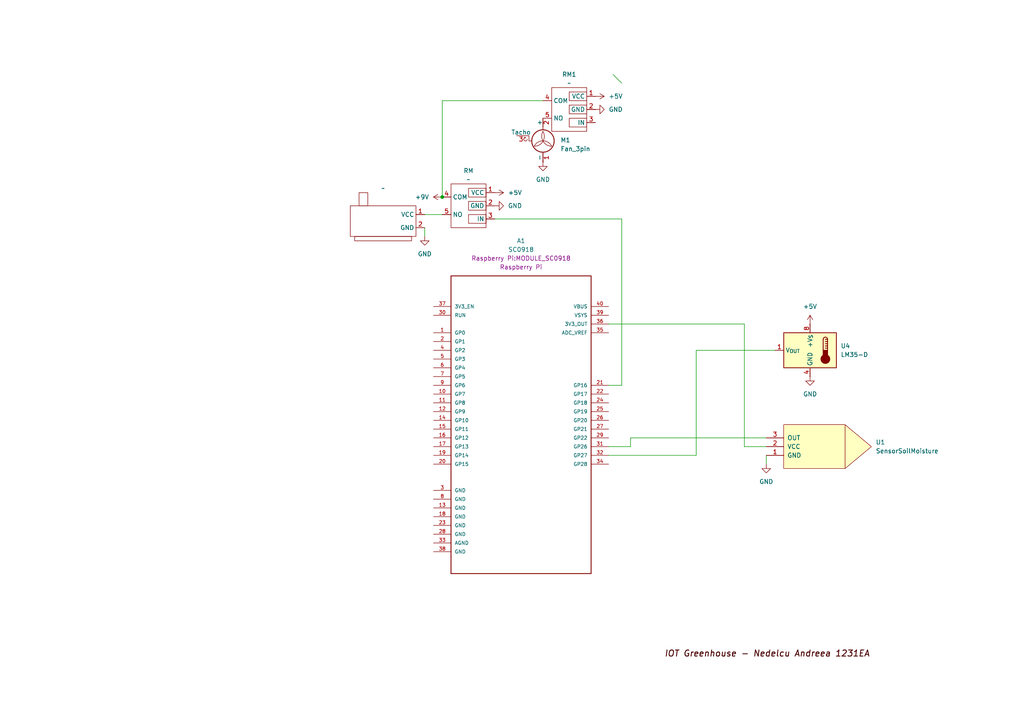
<source format=kicad_sch>
(kicad_sch (version 20250114) (generator "eeschema") (generator_version "9.0")
  (paper "A4")
  (title_block (date "2026-01-04"))
  (lib_symbols
    (symbol "Motor:Fan_3pin" (pin_names (offset 0))
      (property "Reference" "M" (at 2.54 2.54 0))
      (property "Value" "Fan_3pin" (at 2.54 -5.08 0))
      (symbol "Fan_3pin_0_0"
        (polyline (pts (xy -5.08 -0.508) (xy -5.334 -0.381)))
        (polyline (pts (xy -5.08 -0.508) (xy -5.207 -0.762)))
        (arc (start -4.572 -1.016) (mid -5.08 -1.5218) (end -5.588 -1.016))
        (arc (start -5.588 -1.016) (mid -5.4392 -0.6568) (end -5.08 -0.508))
        (polyline (pts (xy -4.064 0) (xy -4.064 -1.524) (xy -3.302 -1.524)))
      )
      (symbol "Fan_3pin_0_1"
        (polyline (pts (xy -4.064 0) (xy -5.08 0)))
        (arc (start 0 1.27) (mid -0.0015 -1.6352) (end -2.54 -3.048))
        (polyline (pts (xy 0 2.032) (xy 0 2.54)))
        (polyline (pts (xy 0 1.7272) (xy 0 2.0828)))
        (circle (center 0 -1.524) (radius 3.2512) (stroke (width 0.254)))
        (arc (start -2.54 -3.048) (mid 0 -1.4782) (end 2.54 -3.048))
        (polyline (pts (xy 0 -4.7752) (xy 0 -5.1816)))
        (polyline (pts (xy 0 -7.62) (xy 0 -7.112)))
        (arc (start 2.54 -3.048) (mid 0.047 -1.6085) (end 0 1.27))
      )
      (symbol "Fan_3pin_1_1"
        (pin passive line (at -7.62 0 0) (length 2.54) (name "Tacho") (number "3"))
        (pin passive line (at 0 5.08 270) (length 2.54) (name "+") (number "2"))
        (pin passive line (at 0 -7.62 90) (length 2.54) (name "-") (number "1"))
      )
    )
    (symbol "Raspberry_Pi_Pico_W_SC0918:SC0918" (pin_names (offset 1.016))
      (property "Reference" "A1" (at 0 58.42 0))
      (property "Value" "SC0918" (at 0 55.88 0))
      (property "Footprint" "Raspberry Pi:MODULE_SC0918" (at -12.7 -46.99 0))
      (property "manufacturer" "Raspberry Pi" (at 0 53.34 0))
      (symbol "SC0918_0_0"
        (rectangle (start -20.32 -43.18) (end 20.32 43.18) (stroke (width 0.254)))
        (pin input line (at -25.4 34.29 0) (length 5.08) (name "3V3_EN") (number "37"))
        (pin input line (at -25.4 31.75 0) (length 5.08) (name "RUN") (number "30"))
        (pin bidirectional line (at -25.4 26.67 0) (length 5.08) (name "GP0") (number "1"))
        (pin bidirectional line (at -25.4 24.13 0) (length 5.08) (name "GP1") (number "2"))
        (pin bidirectional line (at -25.4 21.59 0) (length 5.08) (name "GP2") (number "4"))
        (pin bidirectional line (at -25.4 19.05 0) (length 5.08) (name "GP3") (number "5"))
        (pin bidirectional line (at -25.4 16.51 0) (length 5.08) (name "GP4") (number "6"))
        (pin bidirectional line (at -25.4 13.97 0) (length 5.08) (name "GP5") (number "7"))
        (pin bidirectional line (at -25.4 11.43 0) (length 5.08) (name "GP6") (number "9"))
        (pin bidirectional line (at -25.4 8.89 0) (length 5.08) (name "GP7") (number "10"))
        (pin bidirectional line (at -25.4 6.35 0) (length 5.08) (name "GP8") (number "11"))
        (pin bidirectional line (at -25.4 3.81 0) (length 5.08) (name "GP9") (number "12"))
        (pin bidirectional line (at -25.4 1.27 0) (length 5.08) (name "GP10") (number "14"))
        (pin bidirectional line (at -25.4 -1.27 0) (length 5.08) (name "GP11") (number "15"))
        (pin bidirectional line (at -25.4 -3.81 0) (length 5.08) (name "GP12") (number "16"))
        (pin bidirectional line (at -25.4 -6.35 0) (length 5.08) (name "GP13") (number "17"))
        (pin bidirectional line (at -25.4 -8.89 0) (length 5.08) (name "GP14") (number "19"))
        (pin bidirectional line (at -25.4 -11.43 0) (length 5.08) (name "GP15") (number "20"))
        (pin power_in line (at -25.4 -19.05 0) (length 5.08) (name "GND") (number "3"))
        (pin power_in line (at -25.4 -21.59 0) (length 5.08) (name "GND") (number "8"))
        (pin power_in line (at -25.4 -24.13 0) (length 5.08) (name "GND") (number "13"))
        (pin power_in line (at -25.4 -26.67 0) (length 5.08) (name "GND") (number "18"))
        (pin power_in line (at -25.4 -29.21 0) (length 5.08) (name "GND") (number "23"))
        (pin power_in line (at -25.4 -31.75 0) (length 5.08) (name "GND") (number "28"))
        (pin power_in line (at -25.4 -34.29 0) (length 5.08) (name "AGND") (number "33"))
        (pin power_in line (at -25.4 -36.83 0) (length 5.08) (name "GND") (number "38"))
        (pin free line (at 25.4 34.29 180) (length 5.08) (name "VBUS") (number "40"))
        (pin free line (at 25.4 31.75 180) (length 5.08) (name "VSYS") (number "39"))
        (pin power_in line (at 25.4 29.21 180) (length 5.08) (name "3V3_OUT") (number "36"))
        (pin power_in line (at 25.4 26.67 180) (length 5.08) (name "ADC_VREF") (number "35"))
        (pin bidirectional line (at 25.4 11.43 180) (length 5.08) (name "GP16") (number "21"))
        (pin bidirectional line (at 25.4 8.89 180) (length 5.08) (name "GP17") (number "22"))
        (pin bidirectional line (at 25.4 6.35 180) (length 5.08) (name "GP18") (number "24"))
        (pin bidirectional line (at 25.4 3.81 180) (length 5.08) (name "GP19") (number "25"))
        (pin bidirectional line (at 25.4 1.27 180) (length 5.08) (name "GP20") (number "26"))
        (pin bidirectional line (at 25.4 -1.27 180) (length 5.08) (name "GP21") (number "27"))
        (pin bidirectional line (at 25.4 -3.81 180) (length 5.08) (name "GP22") (number "29"))
        (pin bidirectional line (at 25.4 -6.35 180) (length 5.08) (name "GP26") (number "31"))
        (pin bidirectional line (at 25.4 -8.89 180) (length 5.08) (name "GP27") (number "32"))
        (pin bidirectional line (at 25.4 -11.43 180) (length 5.08) (name "GP28") (number "34"))
      )
    )
    (symbol "Ripy stuff:5V_Relay_Module"
      (property "Reference" "RM" (at -0.254 8.128 0))
      (symbol "5V_Relay_Module_0_1"
        (rectangle (start -3.81 6.35) (end 6.35 -6.35))
        (rectangle (start -3.81 5.08) (end 1.27 2.54))
        (rectangle (start -3.81 1.27) (end 1.27 -1.27))
        (rectangle (start -3.81 -2.54) (end 1.27 -5.08))
      )
      (symbol "5V_Relay_Module_1_1"
        (pin input line (at -6.35 3.81 0) (length 2.54) (name "VCC") (number "1"))
        (pin input line (at -6.35 0 0) (length 2.54) (name "GND") (number "2"))
        (pin input line (at -6.35 -3.81 0) (length 2.54) (name "IN") (number "3"))
        (pin input line (at 8.89 2.54 180) (length 2.54) (name "COM") (number "4"))
        (pin input line (at 8.89 -2.54 180) (length 2.54) (name "NO") (number "5"))
      )
    )
    (symbol "Ripy stuff:Water_Pump"
      (property "Reference" "WP" (at 0 5.842 0))
      (symbol "Water_Pump_0_1"
        (rectangle (start -10.16 3.81) (end 8.89 -5.08))
        (rectangle (start -8.89 -5.08) (end 7.62 -6.35))
        (rectangle (start -7.62 7.62) (end -5.08 3.81))
      )
      (symbol "Water_Pump_1_1"
        (pin input line (at 11.43 1.27 180) (length 2.54) (name "VCC") (number "1"))
        (pin input line (at 11.43 -2.54 180) (length 2.54) (name "GND") (number "2"))
      )
    )
    (symbol "Sensor + LCD:SensorSoilMoisture" (pin_names (offset 1.016))
      (property "Reference" "U" (at -7.62 6.35 0))
      (property "Value" "SensorSoilMoisture" (at 0 3.81 0))
      (symbol "SensorSoilMoisture_0_1"
        (rectangle (start -6.35 -3.81) (end 6.35 -21.59) (fill (type background)))
        (polyline (pts (xy -6.35 -21.59) (xy 0 -29.21) (xy 6.35 -21.59)) (fill (type background)))
      )
      (symbol "SensorSoilMoisture_1_1"
        (pin power_in line (at -2.54 1.27 270) (length 5.08) (name "GND") (number "1"))
        (pin power_in line (at 0 1.27 270) (length 5.08) (name "VCC") (number "2"))
        (pin output line (at 2.54 1.27 270) (length 5.08) (name "OUT") (number "3"))
      )
    )
    (symbol "Sensor_Temperature:LM35-D"
      (property "Reference" "U" (at -6.35 6.35 0))
      (property "Value" "LM35-D" (at 1.27 6.35 0))
      (symbol "LM35-D_0_1"
        (rectangle (start -7.62 5.08) (end 7.62 -5.08) (stroke (width 0.254)) (fill (type background)))
        (polyline (pts (xy -5.08 3.175) (xy -5.08 0)) (stroke (width 0.254)))
        (polyline (pts (xy -5.08 3.175) (xy -4.445 3.175)) (stroke (width 0.254)))
        (polyline (pts (xy -5.08 2.54) (xy -4.445 2.54)) (stroke (width 0.254)))
        (polyline (pts (xy -5.08 1.905) (xy -4.445 1.905)) (stroke (width 0.254)))
        (polyline (pts (xy -5.08 1.27) (xy -4.445 1.27)) (stroke (width 0.254)))
        (polyline (pts (xy -5.08 0.635) (xy -4.445 0.635)) (stroke (width 0.254)))
        (arc (start -5.08 3.175) (mid -4.445 3.8073) (end -3.81 3.175) (stroke (width 0.254)))
        (circle (center -4.445 -2.54) (radius 1.27) (stroke (width 0.254)) (fill (type outline)))
        (polyline (pts (xy -3.81 3.175) (xy -3.81 0)) (stroke (width 0.254)))
        (rectangle (start -3.81 -1.905) (end -5.08 0) (stroke (width 0.254)) (fill (type outline)))
      )
      (symbol "LM35-D_1_1"
        (pin no_connect line (at -2.54 5.08 270) (length 2.54) (hide yes) (name "NC") (number "3"))
        (pin no_connect line (at -2.54 -5.08 90) (length 2.54) (hide yes) (name "NC") (number "2"))
        (pin power_in line (at 0 7.62 270) (length 2.54) (name "+V_{S}") (number "8"))
        (pin power_in line (at 0 -7.62 90) (length 2.54) (name "GND") (number "4"))
        (pin no_connect line (at 2.54 -5.08 90) (length 2.54) (hide yes) (name "NC") (number "5"))
        (pin no_connect line (at 5.08 -5.08 90) (length 2.54) (hide yes) (name "NC") (number "6"))
        (pin no_connect line (at 7.62 2.54 180) (length 2.54) (hide yes) (name "NC") (number "7"))
        (pin output line (at 10.16 0 180) (length 2.54) (name "V_{OUT}") (number "1"))
      )
    )
    (symbol "power:+5V" (power) (pin_numbers (hide yes)) (pin_names (offset 0) (hide yes))
      (property "Value" "+5V" (at 0 3.556 0))
      (symbol "+5V_0_1"
        (polyline (pts (xy -0.762 1.27) (xy 0 2.54)))
        (polyline (pts (xy 0 2.54) (xy 0.762 1.27)))
        (polyline (pts (xy 0 0) (xy 0 2.54)))
      )
      (symbol "+5V_1_1"
        (pin power_in line (at 0 0 90) (length 0) (name "~") (number "1"))
      )
    )
    (symbol "power:GND" (power) (pin_numbers (hide yes)) (pin_names (offset 0) (hide yes))
      (property "Value" "GND" (at 0 -3.81 0))
      (symbol "GND_0_1"
        (polyline (pts (xy 0 0) (xy 0 -1.27) (xy 1.27 -1.27) (xy 0 -2.54) (xy -1.27 -1.27) (xy 0 -1.27)))
      )
      (symbol "GND_1_1"
        (pin power_in line (at 0 0 270) (length 0) (name "~") (number "1"))
      )
    )
  )
  (text "IOT Greenhouse - Nedelcu Andreea 1231EA" (at 222.504 189.738 0) (effects (font (size 1.778 1.778) (thickness 0.254) (bold yes) (italic yes))))
  (junction (at 128.27 57.15))
  (bus_entry (at 177.8 21.59) (size 2.54 2.54))
  (wire (pts (xy 128.27 29.21) (xy 128.27 57.15)))
  (wire (pts (xy 224.79 101.6) (xy 201.93 101.6)))
  (wire (pts (xy 222.25 132.08) (xy 222.25 134.62)))
  (wire (pts (xy 176.53 111.76) (xy 180.34 111.76)))
  (wire (pts (xy 180.34 63.5) (xy 180.34 111.76)))
  (wire (pts (xy 222.25 127) (xy 182.88 127)))
  (wire (pts (xy 157.48 29.21) (xy 128.27 29.21)))
  (wire (pts (xy 182.88 129.54) (xy 176.53 129.54)))
  (wire (pts (xy 123.19 66.04) (xy 123.19 68.58)))
  (wire (pts (xy 222.25 129.54) (xy 215.9 129.54)))
  (wire (pts (xy 201.93 101.6) (xy 201.93 132.08)))
  (wire (pts (xy 143.51 63.5) (xy 180.34 63.5)))
  (wire (pts (xy 176.53 93.98) (xy 215.9 93.98)))
  (wire (pts (xy 123.19 62.23) (xy 128.27 62.23)))
  (wire (pts (xy 176.53 132.08) (xy 201.93 132.08)))
  (wire (pts (xy 215.9 129.54) (xy 215.9 93.98)))
  (wire (pts (xy 182.88 127) (xy 182.88 129.54)))
  (symbol (lib_id "power:+5V") (at 143.51 55.88 270) (unit 1)
    (property "Reference" "#PWR08" (effects (hide yes)))
    (property "Value" "+5V" (at 147.32 55.8799 90) (effects (justify left)))
    (property "Description" "Power symbol creates a global label with name \"+5V\"" (effects (hide yes)))
  )
  (symbol (lib_id "power:GND") (at 222.25 134.62 0) (unit 1)
    (property "Reference" "#PWR02" (effects (hide yes)))
    (property "Value" "GND" (at 222.25 139.7 0))
    (property "Description" "Power symbol creates a global label with name \"GND\" , ground" (effects (hide yes)))
  )
  (symbol (lib_id "Ripy stuff:5V_Relay_Module") (at 137.16 59.69 0) (mirror y) (unit 1)
    (property "Reference" "RM" (at 135.89 49.53 0))
    (property "Value" "~" (at 135.89 52.07 0))
  )
  (symbol (lib_id "Ripy stuff:5V_Relay_Module") (at 166.37 31.75 0) (mirror y) (unit 1)
    (property "Reference" "RM1" (at 165.1 21.59 0))
    (property "Value" "~" (at 165.1 24.13 0))
  )
  (symbol (lib_id "Motor:Fan_3pin") (at 157.48 39.37 0) (unit 1)
    (property "Reference" "M1" (at 162.56 40.6399 0) (effects (justify left)))
    (property "Value" "Fan_3pin" (at 162.56 43.1799 0) (effects (justify left)))
    (property "Datasheet" "http://www.hardwarecanucks.com/forum/attachments/new-builds/16287d1330775095-help-chassis-power-fan-connectors-motherboard-asus_p8z68.jpg" (effects (hide yes)))
    (property "Description" "Fan, tacho output, 3-pin connector" (effects (hide yes)))
  )
  (symbol (lib_id "power:+5V") (at 128.27 57.15 90) (mirror x) (unit 1)
    (property "Reference" "#PWR010" (effects (hide yes)))
    (property "Value" "+9V" (at 124.46 57.1499 90) (effects (justify left)))
    (property "Description" "Power symbol creates a global label with name \"+5V\"" (effects (hide yes)))
  )
  (symbol (lib_id "Sensor_Temperature:LM35-D") (at 234.95 101.6 0) (mirror y) (unit 1)
    (property "Reference" "U4" (at 243.84 100.3299 0) (effects (justify right)))
    (property "Value" "LM35-D" (at 243.84 102.8699 0) (effects (justify right)))
    (property "Footprint" "Package_SO:SOIC-8_3.9x4.9mm_P1.27mm" (effects (hide yes)))
    (property "Datasheet" "http://www.ti.com/lit/ds/symlink/lm35.pdf" (effects (hide yes)))
    (property "Description" "Precision centigrade temperature sensor, SOIC-8" (effects (hide yes)))
  )
  (symbol (lib_id "power:GND") (at 143.51 59.69 90) (unit 1)
    (property "Reference" "#PWR07" (effects (hide yes)))
    (property "Value" "GND" (at 147.32 59.6899 90) (effects (justify right)))
    (property "Description" "Power symbol creates a global label with name \"GND\" , ground" (effects (hide yes)))
  )
  (symbol (lib_id "power:+5V") (at 234.95 93.98 0) (unit 1)
    (property "Reference" "#PWR011" (effects (hide yes)))
    (property "Value" "+5V" (at 234.95 88.9 0))
    (property "Description" "Power symbol creates a global label with name \"+5V\"" (effects (hide yes)))
  )
  (symbol (lib_id "Sensor + LCD:SensorSoilMoisture") (at 223.52 129.54 90) (unit 1)
    (property "Reference" "U1" (at 254 128.2699 90) (effects (justify right)))
    (property "Value" "SensorSoilMoisture" (at 254 130.8099 90) (effects (justify right)))
  )
  (symbol (lib_id "power:GND") (at 157.48 46.99 0) (unit 1)
    (property "Reference" "#PWR013" (effects (hide yes)))
    (property "Value" "GND" (at 157.48 52.07 0))
    (property "Description" "Power symbol creates a global label with name \"GND\" , ground" (effects (hide yes)))
  )
  (symbol (lib_id "Ripy stuff:Water_Pump") (at 111.76 63.5 0) (unit 1)
    (property "Reference" "WP" (effects (hide yes)))
    (property "Value" "~" (at 111.125 54.61 0))
  )
  (symbol (lib_id "power:GND") (at 234.95 109.22 0) (unit 1)
    (property "Reference" "#PWR012" (effects (hide yes)))
    (property "Value" "GND" (at 234.95 114.3 0))
    (property "Description" "Power symbol creates a global label with name \"GND\" , ground" (effects (hide yes)))
  )
  (symbol (lib_id "Raspberry_Pi_Pico_W_SC0918:SC0918") (at 151.13 123.19 0) (unit 1)
    (property "Reference" "A1" (at 151.13 69.85 0))
    (property "Value" "SC0918" (at 151.13 72.39 0))
    (property "Footprint" "Raspberry Pi:MODULE_SC0918" (at 151.13 74.93 0))
    (property "Datasheet" "https://datasheets.raspberrypi.com/picow/pico-w-datasheet.pdf" (effects (hide yes)))
    (property "manufacturer" "Raspberry Pi" (at 151.13 77.47 0))
    (property "P/N" "SC0918" (effects (hide yes)))
    (property "PARTREV" "1.6" (effects (hide yes)))
    (property "MAXIMUM_PACKAGE_HEIGHT" "3.73mm" (effects (hide yes)))
  )
  (symbol (lib_id "power:GND") (at 123.19 68.58 0) (unit 1)
    (property "Reference" "#PWR09" (effects (hide yes)))
    (property "Value" "GND" (at 123.19 73.66 0))
    (property "Description" "Power symbol creates a global label with name \"GND\" , ground" (effects (hide yes)))
  )
  (symbol (lib_id "power:GND") (at 172.72 31.75 90) (unit 1)
    (property "Reference" "#PWR015" (effects (hide yes)))
    (property "Value" "GND" (at 176.53 31.7499 90) (effects (justify right)))
    (property "Description" "Power symbol creates a global label with name \"GND\" , ground" (effects (hide yes)))
  )
  (symbol (lib_id "power:+5V") (at 172.72 27.94 270) (unit 1)
    (property "Reference" "#PWR014" (effects (hide yes)))
    (property "Value" "+5V" (at 176.53 27.9399 90) (effects (justify left)))
    (property "Description" "Power symbol creates a global label with name \"+5V\"" (effects (hide yes)))
  )
)
</source>
